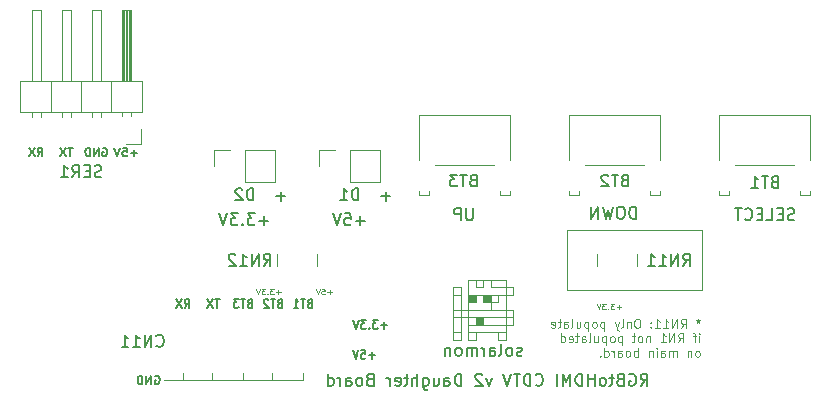
<source format=gbr>
%TF.GenerationSoftware,KiCad,Pcbnew,(5.1.12)-1*%
%TF.CreationDate,2022-03-08T20:47:42+00:00*%
%TF.ProjectId,RGBtoHDMI CDTV v2 - Daughter Board,52474274-6f48-4444-9d49-204344545620,1*%
%TF.SameCoordinates,Original*%
%TF.FileFunction,Legend,Bot*%
%TF.FilePolarity,Positive*%
%FSLAX46Y46*%
G04 Gerber Fmt 4.6, Leading zero omitted, Abs format (unit mm)*
G04 Created by KiCad (PCBNEW (5.1.12)-1) date 2022-03-08 20:47:42*
%MOMM*%
%LPD*%
G01*
G04 APERTURE LIST*
%ADD10C,0.120000*%
%ADD11C,0.150000*%
%ADD12C,0.100000*%
G04 APERTURE END LIST*
D10*
X90033000Y-84906000D02*
X90033000Y-84271000D01*
X92446000Y-84906000D02*
X92446000Y-84271000D01*
X95113000Y-84906000D02*
X95113000Y-84271000D01*
X97526000Y-84906000D02*
X97526000Y-84271000D01*
X100193000Y-84906000D02*
X100193000Y-84271000D01*
X88382000Y-84906000D02*
X100193000Y-84906000D01*
D11*
X87770666Y-81961142D02*
X87818285Y-82008761D01*
X87961142Y-82056380D01*
X88056380Y-82056380D01*
X88199238Y-82008761D01*
X88294476Y-81913523D01*
X88342095Y-81818285D01*
X88389714Y-81627809D01*
X88389714Y-81484952D01*
X88342095Y-81294476D01*
X88294476Y-81199238D01*
X88199238Y-81104000D01*
X88056380Y-81056380D01*
X87961142Y-81056380D01*
X87818285Y-81104000D01*
X87770666Y-81151619D01*
X87342095Y-82056380D02*
X87342095Y-81056380D01*
X86770666Y-82056380D01*
X86770666Y-81056380D01*
X85770666Y-82056380D02*
X86342095Y-82056380D01*
X86056380Y-82056380D02*
X86056380Y-81056380D01*
X86151619Y-81199238D01*
X86246857Y-81294476D01*
X86342095Y-81342095D01*
X84818285Y-82056380D02*
X85389714Y-82056380D01*
X85104000Y-82056380D02*
X85104000Y-81056380D01*
X85199238Y-81199238D01*
X85294476Y-81294476D01*
X85389714Y-81342095D01*
D12*
X127101000Y-78718714D02*
X126720047Y-78718714D01*
X126910523Y-78909190D02*
X126910523Y-78528238D01*
X126529571Y-78409190D02*
X126220047Y-78409190D01*
X126386714Y-78599666D01*
X126315285Y-78599666D01*
X126267666Y-78623476D01*
X126243857Y-78647285D01*
X126220047Y-78694904D01*
X126220047Y-78813952D01*
X126243857Y-78861571D01*
X126267666Y-78885380D01*
X126315285Y-78909190D01*
X126458142Y-78909190D01*
X126505761Y-78885380D01*
X126529571Y-78861571D01*
X126005761Y-78861571D02*
X125981952Y-78885380D01*
X126005761Y-78909190D01*
X126029571Y-78885380D01*
X126005761Y-78861571D01*
X126005761Y-78909190D01*
X125815285Y-78409190D02*
X125505761Y-78409190D01*
X125672428Y-78599666D01*
X125601000Y-78599666D01*
X125553380Y-78623476D01*
X125529571Y-78647285D01*
X125505761Y-78694904D01*
X125505761Y-78813952D01*
X125529571Y-78861571D01*
X125553380Y-78885380D01*
X125601000Y-78909190D01*
X125743857Y-78909190D01*
X125791476Y-78885380D01*
X125815285Y-78861571D01*
X125362904Y-78409190D02*
X125196238Y-78909190D01*
X125029571Y-78409190D01*
X98272000Y-77448714D02*
X97891047Y-77448714D01*
X98081523Y-77639190D02*
X98081523Y-77258238D01*
X97700571Y-77139190D02*
X97391047Y-77139190D01*
X97557714Y-77329666D01*
X97486285Y-77329666D01*
X97438666Y-77353476D01*
X97414857Y-77377285D01*
X97391047Y-77424904D01*
X97391047Y-77543952D01*
X97414857Y-77591571D01*
X97438666Y-77615380D01*
X97486285Y-77639190D01*
X97629142Y-77639190D01*
X97676761Y-77615380D01*
X97700571Y-77591571D01*
X97176761Y-77591571D02*
X97152952Y-77615380D01*
X97176761Y-77639190D01*
X97200571Y-77615380D01*
X97176761Y-77591571D01*
X97176761Y-77639190D01*
X96986285Y-77139190D02*
X96676761Y-77139190D01*
X96843428Y-77329666D01*
X96772000Y-77329666D01*
X96724380Y-77353476D01*
X96700571Y-77377285D01*
X96676761Y-77424904D01*
X96676761Y-77543952D01*
X96700571Y-77591571D01*
X96724380Y-77615380D01*
X96772000Y-77639190D01*
X96914857Y-77639190D01*
X96962476Y-77615380D01*
X96986285Y-77591571D01*
X96533904Y-77139190D02*
X96367238Y-77639190D01*
X96200571Y-77139190D01*
X102613857Y-77448714D02*
X102232904Y-77448714D01*
X102423380Y-77639190D02*
X102423380Y-77258238D01*
X101756714Y-77139190D02*
X101994809Y-77139190D01*
X102018619Y-77377285D01*
X101994809Y-77353476D01*
X101947190Y-77329666D01*
X101828142Y-77329666D01*
X101780523Y-77353476D01*
X101756714Y-77377285D01*
X101732904Y-77424904D01*
X101732904Y-77543952D01*
X101756714Y-77591571D01*
X101780523Y-77615380D01*
X101828142Y-77639190D01*
X101947190Y-77639190D01*
X101994809Y-77615380D01*
X102018619Y-77591571D01*
X101590047Y-77139190D02*
X101423380Y-77639190D01*
X101256714Y-77139190D01*
X133624285Y-79714285D02*
X133624285Y-79892857D01*
X133802857Y-79821428D02*
X133624285Y-79892857D01*
X133445714Y-79821428D01*
X133731428Y-80035714D02*
X133624285Y-79892857D01*
X133517142Y-80035714D01*
X132160000Y-80464285D02*
X132410000Y-80107142D01*
X132588571Y-80464285D02*
X132588571Y-79714285D01*
X132302857Y-79714285D01*
X132231428Y-79750000D01*
X132195714Y-79785714D01*
X132160000Y-79857142D01*
X132160000Y-79964285D01*
X132195714Y-80035714D01*
X132231428Y-80071428D01*
X132302857Y-80107142D01*
X132588571Y-80107142D01*
X131838571Y-80464285D02*
X131838571Y-79714285D01*
X131410000Y-80464285D01*
X131410000Y-79714285D01*
X130660000Y-80464285D02*
X131088571Y-80464285D01*
X130874285Y-80464285D02*
X130874285Y-79714285D01*
X130945714Y-79821428D01*
X131017142Y-79892857D01*
X131088571Y-79928571D01*
X129945714Y-80464285D02*
X130374285Y-80464285D01*
X130160000Y-80464285D02*
X130160000Y-79714285D01*
X130231428Y-79821428D01*
X130302857Y-79892857D01*
X130374285Y-79928571D01*
X129624285Y-80392857D02*
X129588571Y-80428571D01*
X129624285Y-80464285D01*
X129660000Y-80428571D01*
X129624285Y-80392857D01*
X129624285Y-80464285D01*
X129624285Y-80000000D02*
X129588571Y-80035714D01*
X129624285Y-80071428D01*
X129660000Y-80035714D01*
X129624285Y-80000000D01*
X129624285Y-80071428D01*
X128552857Y-79714285D02*
X128410000Y-79714285D01*
X128338571Y-79750000D01*
X128267142Y-79821428D01*
X128231428Y-79964285D01*
X128231428Y-80214285D01*
X128267142Y-80357142D01*
X128338571Y-80428571D01*
X128410000Y-80464285D01*
X128552857Y-80464285D01*
X128624285Y-80428571D01*
X128695714Y-80357142D01*
X128731428Y-80214285D01*
X128731428Y-79964285D01*
X128695714Y-79821428D01*
X128624285Y-79750000D01*
X128552857Y-79714285D01*
X127910000Y-79964285D02*
X127910000Y-80464285D01*
X127910000Y-80035714D02*
X127874285Y-80000000D01*
X127802857Y-79964285D01*
X127695714Y-79964285D01*
X127624285Y-80000000D01*
X127588571Y-80071428D01*
X127588571Y-80464285D01*
X127124285Y-80464285D02*
X127195714Y-80428571D01*
X127231428Y-80357142D01*
X127231428Y-79714285D01*
X126910000Y-79964285D02*
X126731428Y-80464285D01*
X126552857Y-79964285D02*
X126731428Y-80464285D01*
X126802857Y-80642857D01*
X126838571Y-80678571D01*
X126910000Y-80714285D01*
X125695714Y-79964285D02*
X125695714Y-80714285D01*
X125695714Y-80000000D02*
X125624285Y-79964285D01*
X125481428Y-79964285D01*
X125410000Y-80000000D01*
X125374285Y-80035714D01*
X125338571Y-80107142D01*
X125338571Y-80321428D01*
X125374285Y-80392857D01*
X125410000Y-80428571D01*
X125481428Y-80464285D01*
X125624285Y-80464285D01*
X125695714Y-80428571D01*
X124910000Y-80464285D02*
X124981428Y-80428571D01*
X125017142Y-80392857D01*
X125052857Y-80321428D01*
X125052857Y-80107142D01*
X125017142Y-80035714D01*
X124981428Y-80000000D01*
X124910000Y-79964285D01*
X124802857Y-79964285D01*
X124731428Y-80000000D01*
X124695714Y-80035714D01*
X124660000Y-80107142D01*
X124660000Y-80321428D01*
X124695714Y-80392857D01*
X124731428Y-80428571D01*
X124802857Y-80464285D01*
X124910000Y-80464285D01*
X124338571Y-79964285D02*
X124338571Y-80714285D01*
X124338571Y-80000000D02*
X124267142Y-79964285D01*
X124124285Y-79964285D01*
X124052857Y-80000000D01*
X124017142Y-80035714D01*
X123981428Y-80107142D01*
X123981428Y-80321428D01*
X124017142Y-80392857D01*
X124052857Y-80428571D01*
X124124285Y-80464285D01*
X124267142Y-80464285D01*
X124338571Y-80428571D01*
X123338571Y-79964285D02*
X123338571Y-80464285D01*
X123660000Y-79964285D02*
X123660000Y-80357142D01*
X123624285Y-80428571D01*
X123552857Y-80464285D01*
X123445714Y-80464285D01*
X123374285Y-80428571D01*
X123338571Y-80392857D01*
X122874285Y-80464285D02*
X122945714Y-80428571D01*
X122981428Y-80357142D01*
X122981428Y-79714285D01*
X122267142Y-80464285D02*
X122267142Y-80071428D01*
X122302857Y-80000000D01*
X122374285Y-79964285D01*
X122517142Y-79964285D01*
X122588571Y-80000000D01*
X122267142Y-80428571D02*
X122338571Y-80464285D01*
X122517142Y-80464285D01*
X122588571Y-80428571D01*
X122624285Y-80357142D01*
X122624285Y-80285714D01*
X122588571Y-80214285D01*
X122517142Y-80178571D01*
X122338571Y-80178571D01*
X122267142Y-80142857D01*
X122017142Y-79964285D02*
X121731428Y-79964285D01*
X121910000Y-79714285D02*
X121910000Y-80357142D01*
X121874285Y-80428571D01*
X121802857Y-80464285D01*
X121731428Y-80464285D01*
X121195714Y-80428571D02*
X121267142Y-80464285D01*
X121410000Y-80464285D01*
X121481428Y-80428571D01*
X121517142Y-80357142D01*
X121517142Y-80071428D01*
X121481428Y-80000000D01*
X121410000Y-79964285D01*
X121267142Y-79964285D01*
X121195714Y-80000000D01*
X121160000Y-80071428D01*
X121160000Y-80142857D01*
X121517142Y-80214285D01*
X133731428Y-81689285D02*
X133731428Y-81189285D01*
X133731428Y-80939285D02*
X133767142Y-80975000D01*
X133731428Y-81010714D01*
X133695714Y-80975000D01*
X133731428Y-80939285D01*
X133731428Y-81010714D01*
X133481428Y-81189285D02*
X133195714Y-81189285D01*
X133374285Y-81689285D02*
X133374285Y-81046428D01*
X133338571Y-80975000D01*
X133267142Y-80939285D01*
X133195714Y-80939285D01*
X131945714Y-81689285D02*
X132195714Y-81332142D01*
X132374285Y-81689285D02*
X132374285Y-80939285D01*
X132088571Y-80939285D01*
X132017142Y-80975000D01*
X131981428Y-81010714D01*
X131945714Y-81082142D01*
X131945714Y-81189285D01*
X131981428Y-81260714D01*
X132017142Y-81296428D01*
X132088571Y-81332142D01*
X132374285Y-81332142D01*
X131624285Y-81689285D02*
X131624285Y-80939285D01*
X131195714Y-81689285D01*
X131195714Y-80939285D01*
X130445714Y-81689285D02*
X130874285Y-81689285D01*
X130660000Y-81689285D02*
X130660000Y-80939285D01*
X130731428Y-81046428D01*
X130802857Y-81117857D01*
X130874285Y-81153571D01*
X129552857Y-81189285D02*
X129552857Y-81689285D01*
X129552857Y-81260714D02*
X129517142Y-81225000D01*
X129445714Y-81189285D01*
X129338571Y-81189285D01*
X129267142Y-81225000D01*
X129231428Y-81296428D01*
X129231428Y-81689285D01*
X128767142Y-81689285D02*
X128838571Y-81653571D01*
X128874285Y-81617857D01*
X128910000Y-81546428D01*
X128910000Y-81332142D01*
X128874285Y-81260714D01*
X128838571Y-81225000D01*
X128767142Y-81189285D01*
X128660000Y-81189285D01*
X128588571Y-81225000D01*
X128552857Y-81260714D01*
X128517142Y-81332142D01*
X128517142Y-81546428D01*
X128552857Y-81617857D01*
X128588571Y-81653571D01*
X128660000Y-81689285D01*
X128767142Y-81689285D01*
X128302857Y-81189285D02*
X128017142Y-81189285D01*
X128195714Y-80939285D02*
X128195714Y-81582142D01*
X128160000Y-81653571D01*
X128088571Y-81689285D01*
X128017142Y-81689285D01*
X127195714Y-81189285D02*
X127195714Y-81939285D01*
X127195714Y-81225000D02*
X127124285Y-81189285D01*
X126981428Y-81189285D01*
X126910000Y-81225000D01*
X126874285Y-81260714D01*
X126838571Y-81332142D01*
X126838571Y-81546428D01*
X126874285Y-81617857D01*
X126910000Y-81653571D01*
X126981428Y-81689285D01*
X127124285Y-81689285D01*
X127195714Y-81653571D01*
X126410000Y-81689285D02*
X126481428Y-81653571D01*
X126517142Y-81617857D01*
X126552857Y-81546428D01*
X126552857Y-81332142D01*
X126517142Y-81260714D01*
X126481428Y-81225000D01*
X126410000Y-81189285D01*
X126302857Y-81189285D01*
X126231428Y-81225000D01*
X126195714Y-81260714D01*
X126160000Y-81332142D01*
X126160000Y-81546428D01*
X126195714Y-81617857D01*
X126231428Y-81653571D01*
X126302857Y-81689285D01*
X126410000Y-81689285D01*
X125838571Y-81189285D02*
X125838571Y-81939285D01*
X125838571Y-81225000D02*
X125767142Y-81189285D01*
X125624285Y-81189285D01*
X125552857Y-81225000D01*
X125517142Y-81260714D01*
X125481428Y-81332142D01*
X125481428Y-81546428D01*
X125517142Y-81617857D01*
X125552857Y-81653571D01*
X125624285Y-81689285D01*
X125767142Y-81689285D01*
X125838571Y-81653571D01*
X124838571Y-81189285D02*
X124838571Y-81689285D01*
X125160000Y-81189285D02*
X125160000Y-81582142D01*
X125124285Y-81653571D01*
X125052857Y-81689285D01*
X124945714Y-81689285D01*
X124874285Y-81653571D01*
X124838571Y-81617857D01*
X124374285Y-81689285D02*
X124445714Y-81653571D01*
X124481428Y-81582142D01*
X124481428Y-80939285D01*
X123767142Y-81689285D02*
X123767142Y-81296428D01*
X123802857Y-81225000D01*
X123874285Y-81189285D01*
X124017142Y-81189285D01*
X124088571Y-81225000D01*
X123767142Y-81653571D02*
X123838571Y-81689285D01*
X124017142Y-81689285D01*
X124088571Y-81653571D01*
X124124285Y-81582142D01*
X124124285Y-81510714D01*
X124088571Y-81439285D01*
X124017142Y-81403571D01*
X123838571Y-81403571D01*
X123767142Y-81367857D01*
X123517142Y-81189285D02*
X123231428Y-81189285D01*
X123410000Y-80939285D02*
X123410000Y-81582142D01*
X123374285Y-81653571D01*
X123302857Y-81689285D01*
X123231428Y-81689285D01*
X122695714Y-81653571D02*
X122767142Y-81689285D01*
X122910000Y-81689285D01*
X122981428Y-81653571D01*
X123017142Y-81582142D01*
X123017142Y-81296428D01*
X122981428Y-81225000D01*
X122910000Y-81189285D01*
X122767142Y-81189285D01*
X122695714Y-81225000D01*
X122660000Y-81296428D01*
X122660000Y-81367857D01*
X123017142Y-81439285D01*
X122017142Y-81689285D02*
X122017142Y-80939285D01*
X122017142Y-81653571D02*
X122088571Y-81689285D01*
X122231428Y-81689285D01*
X122302857Y-81653571D01*
X122338571Y-81617857D01*
X122374285Y-81546428D01*
X122374285Y-81332142D01*
X122338571Y-81260714D01*
X122302857Y-81225000D01*
X122231428Y-81189285D01*
X122088571Y-81189285D01*
X122017142Y-81225000D01*
X133624285Y-82914285D02*
X133695714Y-82878571D01*
X133731428Y-82842857D01*
X133767142Y-82771428D01*
X133767142Y-82557142D01*
X133731428Y-82485714D01*
X133695714Y-82450000D01*
X133624285Y-82414285D01*
X133517142Y-82414285D01*
X133445714Y-82450000D01*
X133410000Y-82485714D01*
X133374285Y-82557142D01*
X133374285Y-82771428D01*
X133410000Y-82842857D01*
X133445714Y-82878571D01*
X133517142Y-82914285D01*
X133624285Y-82914285D01*
X133052857Y-82414285D02*
X133052857Y-82914285D01*
X133052857Y-82485714D02*
X133017142Y-82450000D01*
X132945714Y-82414285D01*
X132838571Y-82414285D01*
X132767142Y-82450000D01*
X132731428Y-82521428D01*
X132731428Y-82914285D01*
X131802857Y-82914285D02*
X131802857Y-82414285D01*
X131802857Y-82485714D02*
X131767142Y-82450000D01*
X131695714Y-82414285D01*
X131588571Y-82414285D01*
X131517142Y-82450000D01*
X131481428Y-82521428D01*
X131481428Y-82914285D01*
X131481428Y-82521428D02*
X131445714Y-82450000D01*
X131374285Y-82414285D01*
X131267142Y-82414285D01*
X131195714Y-82450000D01*
X131160000Y-82521428D01*
X131160000Y-82914285D01*
X130481428Y-82914285D02*
X130481428Y-82521428D01*
X130517142Y-82450000D01*
X130588571Y-82414285D01*
X130731428Y-82414285D01*
X130802857Y-82450000D01*
X130481428Y-82878571D02*
X130552857Y-82914285D01*
X130731428Y-82914285D01*
X130802857Y-82878571D01*
X130838571Y-82807142D01*
X130838571Y-82735714D01*
X130802857Y-82664285D01*
X130731428Y-82628571D01*
X130552857Y-82628571D01*
X130481428Y-82592857D01*
X130124285Y-82914285D02*
X130124285Y-82414285D01*
X130124285Y-82164285D02*
X130160000Y-82200000D01*
X130124285Y-82235714D01*
X130088571Y-82200000D01*
X130124285Y-82164285D01*
X130124285Y-82235714D01*
X129767142Y-82414285D02*
X129767142Y-82914285D01*
X129767142Y-82485714D02*
X129731428Y-82450000D01*
X129660000Y-82414285D01*
X129552857Y-82414285D01*
X129481428Y-82450000D01*
X129445714Y-82521428D01*
X129445714Y-82914285D01*
X128517142Y-82914285D02*
X128517142Y-82164285D01*
X128517142Y-82450000D02*
X128445714Y-82414285D01*
X128302857Y-82414285D01*
X128231428Y-82450000D01*
X128195714Y-82485714D01*
X128160000Y-82557142D01*
X128160000Y-82771428D01*
X128195714Y-82842857D01*
X128231428Y-82878571D01*
X128302857Y-82914285D01*
X128445714Y-82914285D01*
X128517142Y-82878571D01*
X127731428Y-82914285D02*
X127802857Y-82878571D01*
X127838571Y-82842857D01*
X127874285Y-82771428D01*
X127874285Y-82557142D01*
X127838571Y-82485714D01*
X127802857Y-82450000D01*
X127731428Y-82414285D01*
X127624285Y-82414285D01*
X127552857Y-82450000D01*
X127517142Y-82485714D01*
X127481428Y-82557142D01*
X127481428Y-82771428D01*
X127517142Y-82842857D01*
X127552857Y-82878571D01*
X127624285Y-82914285D01*
X127731428Y-82914285D01*
X126838571Y-82914285D02*
X126838571Y-82521428D01*
X126874285Y-82450000D01*
X126945714Y-82414285D01*
X127088571Y-82414285D01*
X127160000Y-82450000D01*
X126838571Y-82878571D02*
X126910000Y-82914285D01*
X127088571Y-82914285D01*
X127160000Y-82878571D01*
X127195714Y-82807142D01*
X127195714Y-82735714D01*
X127160000Y-82664285D01*
X127088571Y-82628571D01*
X126910000Y-82628571D01*
X126838571Y-82592857D01*
X126481428Y-82914285D02*
X126481428Y-82414285D01*
X126481428Y-82557142D02*
X126445714Y-82485714D01*
X126410000Y-82450000D01*
X126338571Y-82414285D01*
X126267142Y-82414285D01*
X125695714Y-82914285D02*
X125695714Y-82164285D01*
X125695714Y-82878571D02*
X125767142Y-82914285D01*
X125910000Y-82914285D01*
X125981428Y-82878571D01*
X126017142Y-82842857D01*
X126052857Y-82771428D01*
X126052857Y-82557142D01*
X126017142Y-82485714D01*
X125981428Y-82450000D01*
X125910000Y-82414285D01*
X125767142Y-82414285D01*
X125695714Y-82450000D01*
X125338571Y-82842857D02*
X125302857Y-82878571D01*
X125338571Y-82914285D01*
X125374285Y-82878571D01*
X125338571Y-82842857D01*
X125338571Y-82914285D01*
D10*
X122545000Y-77286000D02*
X122545000Y-72206000D01*
X133975000Y-77286000D02*
X122545000Y-77286000D01*
X133975000Y-72206000D02*
X133975000Y-77286000D01*
X122545000Y-72206000D02*
X133975000Y-72206000D01*
D11*
X86107000Y-65652000D02*
X85573666Y-65652000D01*
X85840333Y-65918666D02*
X85840333Y-65385333D01*
X84907000Y-65218666D02*
X85240333Y-65218666D01*
X85273666Y-65552000D01*
X85240333Y-65518666D01*
X85173666Y-65485333D01*
X85007000Y-65485333D01*
X84940333Y-65518666D01*
X84907000Y-65552000D01*
X84873666Y-65618666D01*
X84873666Y-65785333D01*
X84907000Y-65852000D01*
X84940333Y-65885333D01*
X85007000Y-65918666D01*
X85173666Y-65918666D01*
X85240333Y-65885333D01*
X85273666Y-65852000D01*
X84673666Y-65218666D02*
X84440333Y-65918666D01*
X84207000Y-65218666D01*
X83200333Y-65252000D02*
X83267000Y-65218666D01*
X83367000Y-65218666D01*
X83467000Y-65252000D01*
X83533666Y-65318666D01*
X83567000Y-65385333D01*
X83600333Y-65518666D01*
X83600333Y-65618666D01*
X83567000Y-65752000D01*
X83533666Y-65818666D01*
X83467000Y-65885333D01*
X83367000Y-65918666D01*
X83300333Y-65918666D01*
X83200333Y-65885333D01*
X83167000Y-65852000D01*
X83167000Y-65618666D01*
X83300333Y-65618666D01*
X82867000Y-65918666D02*
X82867000Y-65218666D01*
X82467000Y-65918666D01*
X82467000Y-65218666D01*
X82133666Y-65918666D02*
X82133666Y-65218666D01*
X81967000Y-65218666D01*
X81867000Y-65252000D01*
X81800333Y-65318666D01*
X81767000Y-65385333D01*
X81733666Y-65518666D01*
X81733666Y-65618666D01*
X81767000Y-65752000D01*
X81800333Y-65818666D01*
X81867000Y-65885333D01*
X81967000Y-65918666D01*
X82133666Y-65918666D01*
X80660333Y-65218666D02*
X80260333Y-65218666D01*
X80460333Y-65918666D02*
X80460333Y-65218666D01*
X80093666Y-65218666D02*
X79627000Y-65918666D01*
X79627000Y-65218666D02*
X80093666Y-65918666D01*
X77703666Y-65918666D02*
X77937000Y-65585333D01*
X78103666Y-65918666D02*
X78103666Y-65218666D01*
X77837000Y-65218666D01*
X77770333Y-65252000D01*
X77737000Y-65285333D01*
X77703666Y-65352000D01*
X77703666Y-65452000D01*
X77737000Y-65518666D01*
X77770333Y-65552000D01*
X77837000Y-65585333D01*
X78103666Y-65585333D01*
X77470333Y-65218666D02*
X77003666Y-65918666D01*
X77003666Y-65218666D02*
X77470333Y-65918666D01*
X93106333Y-78045666D02*
X92706333Y-78045666D01*
X92906333Y-78745666D02*
X92906333Y-78045666D01*
X92539666Y-78045666D02*
X92073000Y-78745666D01*
X92073000Y-78045666D02*
X92539666Y-78745666D01*
X90149666Y-78745666D02*
X90383000Y-78412333D01*
X90549666Y-78745666D02*
X90549666Y-78045666D01*
X90283000Y-78045666D01*
X90216333Y-78079000D01*
X90183000Y-78112333D01*
X90149666Y-78179000D01*
X90149666Y-78279000D01*
X90183000Y-78345666D01*
X90216333Y-78379000D01*
X90283000Y-78412333D01*
X90549666Y-78412333D01*
X89916333Y-78045666D02*
X89449666Y-78745666D01*
X89449666Y-78045666D02*
X89916333Y-78745666D01*
X95663000Y-78379000D02*
X95563000Y-78412333D01*
X95529666Y-78445666D01*
X95496333Y-78512333D01*
X95496333Y-78612333D01*
X95529666Y-78679000D01*
X95563000Y-78712333D01*
X95629666Y-78745666D01*
X95896333Y-78745666D01*
X95896333Y-78045666D01*
X95663000Y-78045666D01*
X95596333Y-78079000D01*
X95563000Y-78112333D01*
X95529666Y-78179000D01*
X95529666Y-78245666D01*
X95563000Y-78312333D01*
X95596333Y-78345666D01*
X95663000Y-78379000D01*
X95896333Y-78379000D01*
X95296333Y-78045666D02*
X94896333Y-78045666D01*
X95096333Y-78745666D02*
X95096333Y-78045666D01*
X94729666Y-78045666D02*
X94296333Y-78045666D01*
X94529666Y-78312333D01*
X94429666Y-78312333D01*
X94363000Y-78345666D01*
X94329666Y-78379000D01*
X94296333Y-78445666D01*
X94296333Y-78612333D01*
X94329666Y-78679000D01*
X94363000Y-78712333D01*
X94429666Y-78745666D01*
X94629666Y-78745666D01*
X94696333Y-78712333D01*
X94729666Y-78679000D01*
X98203000Y-78379000D02*
X98103000Y-78412333D01*
X98069666Y-78445666D01*
X98036333Y-78512333D01*
X98036333Y-78612333D01*
X98069666Y-78679000D01*
X98103000Y-78712333D01*
X98169666Y-78745666D01*
X98436333Y-78745666D01*
X98436333Y-78045666D01*
X98203000Y-78045666D01*
X98136333Y-78079000D01*
X98103000Y-78112333D01*
X98069666Y-78179000D01*
X98069666Y-78245666D01*
X98103000Y-78312333D01*
X98136333Y-78345666D01*
X98203000Y-78379000D01*
X98436333Y-78379000D01*
X97836333Y-78045666D02*
X97436333Y-78045666D01*
X97636333Y-78745666D02*
X97636333Y-78045666D01*
X97236333Y-78112333D02*
X97203000Y-78079000D01*
X97136333Y-78045666D01*
X96969666Y-78045666D01*
X96903000Y-78079000D01*
X96869666Y-78112333D01*
X96836333Y-78179000D01*
X96836333Y-78245666D01*
X96869666Y-78345666D01*
X97269666Y-78745666D01*
X96836333Y-78745666D01*
X100743000Y-78379000D02*
X100643000Y-78412333D01*
X100609666Y-78445666D01*
X100576333Y-78512333D01*
X100576333Y-78612333D01*
X100609666Y-78679000D01*
X100643000Y-78712333D01*
X100709666Y-78745666D01*
X100976333Y-78745666D01*
X100976333Y-78045666D01*
X100743000Y-78045666D01*
X100676333Y-78079000D01*
X100643000Y-78112333D01*
X100609666Y-78179000D01*
X100609666Y-78245666D01*
X100643000Y-78312333D01*
X100676333Y-78345666D01*
X100743000Y-78379000D01*
X100976333Y-78379000D01*
X100376333Y-78045666D02*
X99976333Y-78045666D01*
X100176333Y-78745666D02*
X100176333Y-78045666D01*
X99376333Y-78745666D02*
X99776333Y-78745666D01*
X99576333Y-78745666D02*
X99576333Y-78045666D01*
X99643000Y-78145666D01*
X99709666Y-78212333D01*
X99776333Y-78245666D01*
X87645333Y-84556000D02*
X87712000Y-84522666D01*
X87812000Y-84522666D01*
X87912000Y-84556000D01*
X87978666Y-84622666D01*
X88012000Y-84689333D01*
X88045333Y-84822666D01*
X88045333Y-84922666D01*
X88012000Y-85056000D01*
X87978666Y-85122666D01*
X87912000Y-85189333D01*
X87812000Y-85222666D01*
X87745333Y-85222666D01*
X87645333Y-85189333D01*
X87612000Y-85156000D01*
X87612000Y-84922666D01*
X87745333Y-84922666D01*
X87312000Y-85222666D02*
X87312000Y-84522666D01*
X86912000Y-85222666D01*
X86912000Y-84522666D01*
X86578666Y-85222666D02*
X86578666Y-84522666D01*
X86412000Y-84522666D01*
X86312000Y-84556000D01*
X86245333Y-84622666D01*
X86212000Y-84689333D01*
X86178666Y-84822666D01*
X86178666Y-84922666D01*
X86212000Y-85056000D01*
X86245333Y-85122666D01*
X86312000Y-85189333D01*
X86412000Y-85222666D01*
X86578666Y-85222666D01*
X106300000Y-82797000D02*
X105766666Y-82797000D01*
X106033333Y-83063666D02*
X106033333Y-82530333D01*
X105100000Y-82363666D02*
X105433333Y-82363666D01*
X105466666Y-82697000D01*
X105433333Y-82663666D01*
X105366666Y-82630333D01*
X105200000Y-82630333D01*
X105133333Y-82663666D01*
X105100000Y-82697000D01*
X105066666Y-82763666D01*
X105066666Y-82930333D01*
X105100000Y-82997000D01*
X105133333Y-83030333D01*
X105200000Y-83063666D01*
X105366666Y-83063666D01*
X105433333Y-83030333D01*
X105466666Y-82997000D01*
X104866666Y-82363666D02*
X104633333Y-83063666D01*
X104400000Y-82363666D01*
X107308000Y-80257000D02*
X106774666Y-80257000D01*
X107041333Y-80523666D02*
X107041333Y-79990333D01*
X106508000Y-79823666D02*
X106074666Y-79823666D01*
X106308000Y-80090333D01*
X106208000Y-80090333D01*
X106141333Y-80123666D01*
X106108000Y-80157000D01*
X106074666Y-80223666D01*
X106074666Y-80390333D01*
X106108000Y-80457000D01*
X106141333Y-80490333D01*
X106208000Y-80523666D01*
X106408000Y-80523666D01*
X106474666Y-80490333D01*
X106508000Y-80457000D01*
X105774666Y-80457000D02*
X105741333Y-80490333D01*
X105774666Y-80523666D01*
X105808000Y-80490333D01*
X105774666Y-80457000D01*
X105774666Y-80523666D01*
X105508000Y-79823666D02*
X105074666Y-79823666D01*
X105308000Y-80090333D01*
X105208000Y-80090333D01*
X105141333Y-80123666D01*
X105108000Y-80157000D01*
X105074666Y-80223666D01*
X105074666Y-80390333D01*
X105108000Y-80457000D01*
X105141333Y-80490333D01*
X105208000Y-80523666D01*
X105408000Y-80523666D01*
X105474666Y-80490333D01*
X105508000Y-80457000D01*
X104874666Y-79823666D02*
X104641333Y-80523666D01*
X104408000Y-79823666D01*
X105415714Y-71388428D02*
X104653809Y-71388428D01*
X105034761Y-71769380D02*
X105034761Y-71007476D01*
X103701428Y-70769380D02*
X104177619Y-70769380D01*
X104225238Y-71245571D01*
X104177619Y-71197952D01*
X104082380Y-71150333D01*
X103844285Y-71150333D01*
X103749047Y-71197952D01*
X103701428Y-71245571D01*
X103653809Y-71340809D01*
X103653809Y-71578904D01*
X103701428Y-71674142D01*
X103749047Y-71721761D01*
X103844285Y-71769380D01*
X104082380Y-71769380D01*
X104177619Y-71721761D01*
X104225238Y-71674142D01*
X103368095Y-70769380D02*
X103034761Y-71769380D01*
X102701428Y-70769380D01*
X97240000Y-71388428D02*
X96478095Y-71388428D01*
X96859047Y-71769380D02*
X96859047Y-71007476D01*
X96097142Y-70769380D02*
X95478095Y-70769380D01*
X95811428Y-71150333D01*
X95668571Y-71150333D01*
X95573333Y-71197952D01*
X95525714Y-71245571D01*
X95478095Y-71340809D01*
X95478095Y-71578904D01*
X95525714Y-71674142D01*
X95573333Y-71721761D01*
X95668571Y-71769380D01*
X95954285Y-71769380D01*
X96049523Y-71721761D01*
X96097142Y-71674142D01*
X95049523Y-71674142D02*
X95001904Y-71721761D01*
X95049523Y-71769380D01*
X95097142Y-71721761D01*
X95049523Y-71674142D01*
X95049523Y-71769380D01*
X94668571Y-70769380D02*
X94049523Y-70769380D01*
X94382857Y-71150333D01*
X94240000Y-71150333D01*
X94144761Y-71197952D01*
X94097142Y-71245571D01*
X94049523Y-71340809D01*
X94049523Y-71578904D01*
X94097142Y-71674142D01*
X94144761Y-71721761D01*
X94240000Y-71769380D01*
X94525714Y-71769380D01*
X94620952Y-71721761D01*
X94668571Y-71674142D01*
X93763809Y-70769380D02*
X93430476Y-71769380D01*
X93097142Y-70769380D01*
X114567714Y-70341380D02*
X114567714Y-71150904D01*
X114520095Y-71246142D01*
X114472476Y-71293761D01*
X114377238Y-71341380D01*
X114186761Y-71341380D01*
X114091523Y-71293761D01*
X114043904Y-71246142D01*
X113996285Y-71150904D01*
X113996285Y-70341380D01*
X113520095Y-71341380D02*
X113520095Y-70341380D01*
X113139142Y-70341380D01*
X113043904Y-70389000D01*
X112996285Y-70436619D01*
X112948666Y-70531857D01*
X112948666Y-70674714D01*
X112996285Y-70769952D01*
X113043904Y-70817571D01*
X113139142Y-70865190D01*
X113520095Y-70865190D01*
X128362952Y-71214380D02*
X128362952Y-70214380D01*
X128124857Y-70214380D01*
X127982000Y-70262000D01*
X127886761Y-70357238D01*
X127839142Y-70452476D01*
X127791523Y-70642952D01*
X127791523Y-70785809D01*
X127839142Y-70976285D01*
X127886761Y-71071523D01*
X127982000Y-71166761D01*
X128124857Y-71214380D01*
X128362952Y-71214380D01*
X127172476Y-70214380D02*
X126982000Y-70214380D01*
X126886761Y-70262000D01*
X126791523Y-70357238D01*
X126743904Y-70547714D01*
X126743904Y-70881047D01*
X126791523Y-71071523D01*
X126886761Y-71166761D01*
X126982000Y-71214380D01*
X127172476Y-71214380D01*
X127267714Y-71166761D01*
X127362952Y-71071523D01*
X127410571Y-70881047D01*
X127410571Y-70547714D01*
X127362952Y-70357238D01*
X127267714Y-70262000D01*
X127172476Y-70214380D01*
X126410571Y-70214380D02*
X126172476Y-71214380D01*
X125982000Y-70500095D01*
X125791523Y-71214380D01*
X125553428Y-70214380D01*
X125172476Y-71214380D02*
X125172476Y-70214380D01*
X124601047Y-71214380D01*
X124601047Y-70214380D01*
X141785190Y-71293761D02*
X141642333Y-71341380D01*
X141404238Y-71341380D01*
X141309000Y-71293761D01*
X141261380Y-71246142D01*
X141213761Y-71150904D01*
X141213761Y-71055666D01*
X141261380Y-70960428D01*
X141309000Y-70912809D01*
X141404238Y-70865190D01*
X141594714Y-70817571D01*
X141689952Y-70769952D01*
X141737571Y-70722333D01*
X141785190Y-70627095D01*
X141785190Y-70531857D01*
X141737571Y-70436619D01*
X141689952Y-70389000D01*
X141594714Y-70341380D01*
X141356619Y-70341380D01*
X141213761Y-70389000D01*
X140785190Y-70817571D02*
X140451857Y-70817571D01*
X140309000Y-71341380D02*
X140785190Y-71341380D01*
X140785190Y-70341380D01*
X140309000Y-70341380D01*
X139404238Y-71341380D02*
X139880428Y-71341380D01*
X139880428Y-70341380D01*
X139070904Y-70817571D02*
X138737571Y-70817571D01*
X138594714Y-71341380D02*
X139070904Y-71341380D01*
X139070904Y-70341380D01*
X138594714Y-70341380D01*
X137594714Y-71246142D02*
X137642333Y-71293761D01*
X137785190Y-71341380D01*
X137880428Y-71341380D01*
X138023285Y-71293761D01*
X138118523Y-71198523D01*
X138166142Y-71103285D01*
X138213761Y-70912809D01*
X138213761Y-70769952D01*
X138166142Y-70579476D01*
X138118523Y-70484238D01*
X138023285Y-70389000D01*
X137880428Y-70341380D01*
X137785190Y-70341380D01*
X137642333Y-70389000D01*
X137594714Y-70436619D01*
X137309000Y-70341380D02*
X136737571Y-70341380D01*
X137023285Y-71341380D02*
X137023285Y-70341380D01*
X97907047Y-69340571D02*
X98668952Y-69340571D01*
X98288000Y-68959619D02*
X98288000Y-69721523D01*
X106797047Y-69340571D02*
X107558952Y-69340571D01*
X107178000Y-68959619D02*
X107178000Y-69721523D01*
X128766380Y-85358380D02*
X129099714Y-84882190D01*
X129337809Y-85358380D02*
X129337809Y-84358380D01*
X128956857Y-84358380D01*
X128861619Y-84406000D01*
X128814000Y-84453619D01*
X128766380Y-84548857D01*
X128766380Y-84691714D01*
X128814000Y-84786952D01*
X128861619Y-84834571D01*
X128956857Y-84882190D01*
X129337809Y-84882190D01*
X127814000Y-84406000D02*
X127909238Y-84358380D01*
X128052095Y-84358380D01*
X128194952Y-84406000D01*
X128290190Y-84501238D01*
X128337809Y-84596476D01*
X128385428Y-84786952D01*
X128385428Y-84929809D01*
X128337809Y-85120285D01*
X128290190Y-85215523D01*
X128194952Y-85310761D01*
X128052095Y-85358380D01*
X127956857Y-85358380D01*
X127814000Y-85310761D01*
X127766380Y-85263142D01*
X127766380Y-84929809D01*
X127956857Y-84929809D01*
X127004476Y-84834571D02*
X126861619Y-84882190D01*
X126814000Y-84929809D01*
X126766380Y-85025047D01*
X126766380Y-85167904D01*
X126814000Y-85263142D01*
X126861619Y-85310761D01*
X126956857Y-85358380D01*
X127337809Y-85358380D01*
X127337809Y-84358380D01*
X127004476Y-84358380D01*
X126909238Y-84406000D01*
X126861619Y-84453619D01*
X126814000Y-84548857D01*
X126814000Y-84644095D01*
X126861619Y-84739333D01*
X126909238Y-84786952D01*
X127004476Y-84834571D01*
X127337809Y-84834571D01*
X126480666Y-84691714D02*
X126099714Y-84691714D01*
X126337809Y-84358380D02*
X126337809Y-85215523D01*
X126290190Y-85310761D01*
X126194952Y-85358380D01*
X126099714Y-85358380D01*
X125623523Y-85358380D02*
X125718761Y-85310761D01*
X125766380Y-85263142D01*
X125814000Y-85167904D01*
X125814000Y-84882190D01*
X125766380Y-84786952D01*
X125718761Y-84739333D01*
X125623523Y-84691714D01*
X125480666Y-84691714D01*
X125385428Y-84739333D01*
X125337809Y-84786952D01*
X125290190Y-84882190D01*
X125290190Y-85167904D01*
X125337809Y-85263142D01*
X125385428Y-85310761D01*
X125480666Y-85358380D01*
X125623523Y-85358380D01*
X124861619Y-85358380D02*
X124861619Y-84358380D01*
X124861619Y-84834571D02*
X124290190Y-84834571D01*
X124290190Y-85358380D02*
X124290190Y-84358380D01*
X123814000Y-85358380D02*
X123814000Y-84358380D01*
X123575904Y-84358380D01*
X123433047Y-84406000D01*
X123337809Y-84501238D01*
X123290190Y-84596476D01*
X123242571Y-84786952D01*
X123242571Y-84929809D01*
X123290190Y-85120285D01*
X123337809Y-85215523D01*
X123433047Y-85310761D01*
X123575904Y-85358380D01*
X123814000Y-85358380D01*
X122814000Y-85358380D02*
X122814000Y-84358380D01*
X122480666Y-85072666D01*
X122147333Y-84358380D01*
X122147333Y-85358380D01*
X121671142Y-85358380D02*
X121671142Y-84358380D01*
X119861619Y-85263142D02*
X119909238Y-85310761D01*
X120052095Y-85358380D01*
X120147333Y-85358380D01*
X120290190Y-85310761D01*
X120385428Y-85215523D01*
X120433047Y-85120285D01*
X120480666Y-84929809D01*
X120480666Y-84786952D01*
X120433047Y-84596476D01*
X120385428Y-84501238D01*
X120290190Y-84406000D01*
X120147333Y-84358380D01*
X120052095Y-84358380D01*
X119909238Y-84406000D01*
X119861619Y-84453619D01*
X119433047Y-85358380D02*
X119433047Y-84358380D01*
X119194952Y-84358380D01*
X119052095Y-84406000D01*
X118956857Y-84501238D01*
X118909238Y-84596476D01*
X118861619Y-84786952D01*
X118861619Y-84929809D01*
X118909238Y-85120285D01*
X118956857Y-85215523D01*
X119052095Y-85310761D01*
X119194952Y-85358380D01*
X119433047Y-85358380D01*
X118575904Y-84358380D02*
X118004476Y-84358380D01*
X118290190Y-85358380D02*
X118290190Y-84358380D01*
X117814000Y-84358380D02*
X117480666Y-85358380D01*
X117147333Y-84358380D01*
X116147333Y-84691714D02*
X115909238Y-85358380D01*
X115671142Y-84691714D01*
X115337809Y-84453619D02*
X115290190Y-84406000D01*
X115194952Y-84358380D01*
X114956857Y-84358380D01*
X114861619Y-84406000D01*
X114814000Y-84453619D01*
X114766380Y-84548857D01*
X114766380Y-84644095D01*
X114814000Y-84786952D01*
X115385428Y-85358380D01*
X114766380Y-85358380D01*
X113575904Y-85358380D02*
X113575904Y-84358380D01*
X113337809Y-84358380D01*
X113194952Y-84406000D01*
X113099714Y-84501238D01*
X113052095Y-84596476D01*
X113004476Y-84786952D01*
X113004476Y-84929809D01*
X113052095Y-85120285D01*
X113099714Y-85215523D01*
X113194952Y-85310761D01*
X113337809Y-85358380D01*
X113575904Y-85358380D01*
X112147333Y-85358380D02*
X112147333Y-84834571D01*
X112194952Y-84739333D01*
X112290190Y-84691714D01*
X112480666Y-84691714D01*
X112575904Y-84739333D01*
X112147333Y-85310761D02*
X112242571Y-85358380D01*
X112480666Y-85358380D01*
X112575904Y-85310761D01*
X112623523Y-85215523D01*
X112623523Y-85120285D01*
X112575904Y-85025047D01*
X112480666Y-84977428D01*
X112242571Y-84977428D01*
X112147333Y-84929809D01*
X111242571Y-84691714D02*
X111242571Y-85358380D01*
X111671142Y-84691714D02*
X111671142Y-85215523D01*
X111623523Y-85310761D01*
X111528285Y-85358380D01*
X111385428Y-85358380D01*
X111290190Y-85310761D01*
X111242571Y-85263142D01*
X110337809Y-84691714D02*
X110337809Y-85501238D01*
X110385428Y-85596476D01*
X110433047Y-85644095D01*
X110528285Y-85691714D01*
X110671142Y-85691714D01*
X110766380Y-85644095D01*
X110337809Y-85310761D02*
X110433047Y-85358380D01*
X110623523Y-85358380D01*
X110718761Y-85310761D01*
X110766380Y-85263142D01*
X110814000Y-85167904D01*
X110814000Y-84882190D01*
X110766380Y-84786952D01*
X110718761Y-84739333D01*
X110623523Y-84691714D01*
X110433047Y-84691714D01*
X110337809Y-84739333D01*
X109861619Y-85358380D02*
X109861619Y-84358380D01*
X109433047Y-85358380D02*
X109433047Y-84834571D01*
X109480666Y-84739333D01*
X109575904Y-84691714D01*
X109718761Y-84691714D01*
X109814000Y-84739333D01*
X109861619Y-84786952D01*
X109099714Y-84691714D02*
X108718761Y-84691714D01*
X108956857Y-84358380D02*
X108956857Y-85215523D01*
X108909238Y-85310761D01*
X108814000Y-85358380D01*
X108718761Y-85358380D01*
X108004476Y-85310761D02*
X108099714Y-85358380D01*
X108290190Y-85358380D01*
X108385428Y-85310761D01*
X108433047Y-85215523D01*
X108433047Y-84834571D01*
X108385428Y-84739333D01*
X108290190Y-84691714D01*
X108099714Y-84691714D01*
X108004476Y-84739333D01*
X107956857Y-84834571D01*
X107956857Y-84929809D01*
X108433047Y-85025047D01*
X107528285Y-85358380D02*
X107528285Y-84691714D01*
X107528285Y-84882190D02*
X107480666Y-84786952D01*
X107433047Y-84739333D01*
X107337809Y-84691714D01*
X107242571Y-84691714D01*
X105814000Y-84834571D02*
X105671142Y-84882190D01*
X105623523Y-84929809D01*
X105575904Y-85025047D01*
X105575904Y-85167904D01*
X105623523Y-85263142D01*
X105671142Y-85310761D01*
X105766380Y-85358380D01*
X106147333Y-85358380D01*
X106147333Y-84358380D01*
X105814000Y-84358380D01*
X105718761Y-84406000D01*
X105671142Y-84453619D01*
X105623523Y-84548857D01*
X105623523Y-84644095D01*
X105671142Y-84739333D01*
X105718761Y-84786952D01*
X105814000Y-84834571D01*
X106147333Y-84834571D01*
X105004476Y-85358380D02*
X105099714Y-85310761D01*
X105147333Y-85263142D01*
X105194952Y-85167904D01*
X105194952Y-84882190D01*
X105147333Y-84786952D01*
X105099714Y-84739333D01*
X105004476Y-84691714D01*
X104861619Y-84691714D01*
X104766380Y-84739333D01*
X104718761Y-84786952D01*
X104671142Y-84882190D01*
X104671142Y-85167904D01*
X104718761Y-85263142D01*
X104766380Y-85310761D01*
X104861619Y-85358380D01*
X105004476Y-85358380D01*
X103814000Y-85358380D02*
X103814000Y-84834571D01*
X103861619Y-84739333D01*
X103956857Y-84691714D01*
X104147333Y-84691714D01*
X104242571Y-84739333D01*
X103814000Y-85310761D02*
X103909238Y-85358380D01*
X104147333Y-85358380D01*
X104242571Y-85310761D01*
X104290190Y-85215523D01*
X104290190Y-85120285D01*
X104242571Y-85025047D01*
X104147333Y-84977428D01*
X103909238Y-84977428D01*
X103814000Y-84929809D01*
X103337809Y-85358380D02*
X103337809Y-84691714D01*
X103337809Y-84882190D02*
X103290190Y-84786952D01*
X103242571Y-84739333D01*
X103147333Y-84691714D01*
X103052095Y-84691714D01*
X102290190Y-85358380D02*
X102290190Y-84358380D01*
X102290190Y-85310761D02*
X102385428Y-85358380D01*
X102575904Y-85358380D01*
X102671142Y-85310761D01*
X102718761Y-85263142D01*
X102766380Y-85167904D01*
X102766380Y-84882190D01*
X102718761Y-84786952D01*
X102671142Y-84739333D01*
X102575904Y-84691714D01*
X102385428Y-84691714D01*
X102290190Y-84739333D01*
X118694904Y-82770761D02*
X118599666Y-82818380D01*
X118409190Y-82818380D01*
X118313952Y-82770761D01*
X118266333Y-82675523D01*
X118266333Y-82627904D01*
X118313952Y-82532666D01*
X118409190Y-82485047D01*
X118552047Y-82485047D01*
X118647285Y-82437428D01*
X118694904Y-82342190D01*
X118694904Y-82294571D01*
X118647285Y-82199333D01*
X118552047Y-82151714D01*
X118409190Y-82151714D01*
X118313952Y-82199333D01*
X117694904Y-82818380D02*
X117790142Y-82770761D01*
X117837761Y-82723142D01*
X117885380Y-82627904D01*
X117885380Y-82342190D01*
X117837761Y-82246952D01*
X117790142Y-82199333D01*
X117694904Y-82151714D01*
X117552047Y-82151714D01*
X117456809Y-82199333D01*
X117409190Y-82246952D01*
X117361571Y-82342190D01*
X117361571Y-82627904D01*
X117409190Y-82723142D01*
X117456809Y-82770761D01*
X117552047Y-82818380D01*
X117694904Y-82818380D01*
X116790142Y-82818380D02*
X116885380Y-82770761D01*
X116933000Y-82675523D01*
X116933000Y-81818380D01*
X115980619Y-82818380D02*
X115980619Y-82294571D01*
X116028238Y-82199333D01*
X116123476Y-82151714D01*
X116313952Y-82151714D01*
X116409190Y-82199333D01*
X115980619Y-82770761D02*
X116075857Y-82818380D01*
X116313952Y-82818380D01*
X116409190Y-82770761D01*
X116456809Y-82675523D01*
X116456809Y-82580285D01*
X116409190Y-82485047D01*
X116313952Y-82437428D01*
X116075857Y-82437428D01*
X115980619Y-82389809D01*
X115504428Y-82818380D02*
X115504428Y-82151714D01*
X115504428Y-82342190D02*
X115456809Y-82246952D01*
X115409190Y-82199333D01*
X115313952Y-82151714D01*
X115218714Y-82151714D01*
X114885380Y-82818380D02*
X114885380Y-82151714D01*
X114885380Y-82246952D02*
X114837761Y-82199333D01*
X114742523Y-82151714D01*
X114599666Y-82151714D01*
X114504428Y-82199333D01*
X114456809Y-82294571D01*
X114456809Y-82818380D01*
X114456809Y-82294571D02*
X114409190Y-82199333D01*
X114313952Y-82151714D01*
X114171095Y-82151714D01*
X114075857Y-82199333D01*
X114028238Y-82294571D01*
X114028238Y-82818380D01*
X113409190Y-82818380D02*
X113504428Y-82770761D01*
X113552047Y-82723142D01*
X113599666Y-82627904D01*
X113599666Y-82342190D01*
X113552047Y-82246952D01*
X113504428Y-82199333D01*
X113409190Y-82151714D01*
X113266333Y-82151714D01*
X113171095Y-82199333D01*
X113123476Y-82246952D01*
X113075857Y-82342190D01*
X113075857Y-82627904D01*
X113123476Y-82723142D01*
X113171095Y-82770761D01*
X113266333Y-82818380D01*
X113409190Y-82818380D01*
X112647285Y-82151714D02*
X112647285Y-82818380D01*
X112647285Y-82246952D02*
X112599666Y-82199333D01*
X112504428Y-82151714D01*
X112361571Y-82151714D01*
X112266333Y-82199333D01*
X112218714Y-82294571D01*
X112218714Y-82818380D01*
D10*
%TO.C,RN12*%
X101365000Y-74246000D02*
X101365000Y-75246000D01*
X98005000Y-74246000D02*
X98005000Y-75246000D01*
%TO.C,RN11*%
X125056000Y-75246000D02*
X125056000Y-74246000D01*
X128416000Y-75246000D02*
X128416000Y-74246000D01*
%TO.C,D2*%
X92640000Y-65415000D02*
X92640000Y-66745000D01*
X93970000Y-65415000D02*
X92640000Y-65415000D01*
X95240000Y-65415000D02*
X95240000Y-68075000D01*
X95240000Y-68075000D02*
X97840000Y-68075000D01*
X95240000Y-65415000D02*
X97840000Y-65415000D01*
X97840000Y-65415000D02*
X97840000Y-68075000D01*
%TO.C,D1*%
X101530000Y-65415000D02*
X101530000Y-66745000D01*
X102860000Y-65415000D02*
X101530000Y-65415000D01*
X104130000Y-65415000D02*
X104130000Y-68075000D01*
X104130000Y-68075000D02*
X106730000Y-68075000D01*
X104130000Y-65415000D02*
X106730000Y-65415000D01*
X106730000Y-65415000D02*
X106730000Y-68075000D01*
%TO.C,SER1*%
X86477000Y-64920000D02*
X86477000Y-63650000D01*
X85207000Y-64920000D02*
X86477000Y-64920000D01*
X77207000Y-62607071D02*
X77207000Y-62210000D01*
X77967000Y-62607071D02*
X77967000Y-62210000D01*
X77207000Y-53550000D02*
X77207000Y-59550000D01*
X77967000Y-53550000D02*
X77207000Y-53550000D01*
X77967000Y-59550000D02*
X77967000Y-53550000D01*
X78857000Y-62210000D02*
X78857000Y-59550000D01*
X79747000Y-62607071D02*
X79747000Y-62210000D01*
X80507000Y-62607071D02*
X80507000Y-62210000D01*
X79747000Y-53550000D02*
X79747000Y-59550000D01*
X80507000Y-53550000D02*
X79747000Y-53550000D01*
X80507000Y-59550000D02*
X80507000Y-53550000D01*
X81397000Y-62210000D02*
X81397000Y-59550000D01*
X82287000Y-62607071D02*
X82287000Y-62210000D01*
X83047000Y-62607071D02*
X83047000Y-62210000D01*
X82287000Y-53550000D02*
X82287000Y-59550000D01*
X83047000Y-53550000D02*
X82287000Y-53550000D01*
X83047000Y-59550000D02*
X83047000Y-53550000D01*
X83937000Y-62210000D02*
X83937000Y-59550000D01*
X84827000Y-62540000D02*
X84827000Y-62210000D01*
X85587000Y-62540000D02*
X85587000Y-62210000D01*
X84927000Y-59550000D02*
X84927000Y-53550000D01*
X85047000Y-59550000D02*
X85047000Y-53550000D01*
X85167000Y-59550000D02*
X85167000Y-53550000D01*
X85287000Y-59550000D02*
X85287000Y-53550000D01*
X85407000Y-59550000D02*
X85407000Y-53550000D01*
X85527000Y-59550000D02*
X85527000Y-53550000D01*
X84827000Y-53550000D02*
X84827000Y-59550000D01*
X85587000Y-53550000D02*
X84827000Y-53550000D01*
X85587000Y-59550000D02*
X85587000Y-53550000D01*
X86537000Y-59550000D02*
X86537000Y-62210000D01*
X76257000Y-59550000D02*
X86537000Y-59550000D01*
X76257000Y-62210000D02*
X76257000Y-59550000D01*
X86537000Y-62210000D02*
X76257000Y-62210000D01*
%TO.C,BT1*%
X143130000Y-68914000D02*
X143130000Y-69214000D01*
X142240000Y-69214000D02*
X142240000Y-68864000D01*
X142240000Y-69214000D02*
X143130000Y-69214000D01*
X141750000Y-66664000D02*
X136770000Y-66664000D01*
X143130000Y-62424000D02*
X143130000Y-66274000D01*
X135390000Y-62424000D02*
X143130000Y-62424000D01*
X135390000Y-66274000D02*
X135390000Y-62424000D01*
X135390000Y-68914000D02*
X135390000Y-69214000D01*
X135390000Y-69214000D02*
X136280000Y-69214000D01*
X136280000Y-69214000D02*
X136280000Y-68864000D01*
%TO.C,BT2*%
X130430000Y-68914000D02*
X130430000Y-69214000D01*
X129540000Y-69214000D02*
X129540000Y-68864000D01*
X129540000Y-69214000D02*
X130430000Y-69214000D01*
X129050000Y-66664000D02*
X124070000Y-66664000D01*
X130430000Y-62424000D02*
X130430000Y-66274000D01*
X122690000Y-62424000D02*
X130430000Y-62424000D01*
X122690000Y-66274000D02*
X122690000Y-62424000D01*
X122690000Y-68914000D02*
X122690000Y-69214000D01*
X122690000Y-69214000D02*
X123580000Y-69214000D01*
X123580000Y-69214000D02*
X123580000Y-68864000D01*
%TO.C,BT3*%
X117730000Y-68914000D02*
X117730000Y-69214000D01*
X116840000Y-69214000D02*
X116840000Y-68864000D01*
X116840000Y-69214000D02*
X117730000Y-69214000D01*
X116350000Y-66664000D02*
X111370000Y-66664000D01*
X117730000Y-62424000D02*
X117730000Y-66274000D01*
X109990000Y-62424000D02*
X117730000Y-62424000D01*
X109990000Y-66274000D02*
X109990000Y-62424000D01*
X109990000Y-68914000D02*
X109990000Y-69214000D01*
X109990000Y-69214000D02*
X110880000Y-69214000D01*
X110880000Y-69214000D02*
X110880000Y-68864000D01*
D12*
%TO.C,solarmon1*%
X117973000Y-77032000D02*
X116068000Y-77032000D01*
X117338000Y-76397000D02*
X117338000Y-81477000D01*
X114163000Y-77667000D02*
X117973000Y-77667000D01*
X117973000Y-77667000D02*
X117973000Y-77032000D01*
X117338000Y-76397000D02*
X114163000Y-76397000D01*
X116068000Y-76397000D02*
X116068000Y-77032000D01*
X115433000Y-76397000D02*
X115433000Y-77032000D01*
X115433000Y-77032000D02*
X114798000Y-77032000D01*
X114798000Y-76397000D02*
X114798000Y-77032000D01*
X114163000Y-76397000D02*
X114163000Y-81477000D01*
X116703000Y-77667000D02*
X116703000Y-78302000D01*
X116703000Y-78302000D02*
X115433000Y-78302000D01*
X116068000Y-77667000D02*
X116068000Y-78937000D01*
X115433000Y-77667000D02*
X115433000Y-78302000D01*
X114798000Y-77667000D02*
X114798000Y-78302000D01*
X117973000Y-78937000D02*
X112893000Y-78937000D01*
X117973000Y-80207000D02*
X117973000Y-78937000D01*
X117973000Y-79572000D02*
X112893000Y-79572000D01*
X117973000Y-80207000D02*
X114163000Y-80207000D01*
X117338000Y-80842000D02*
X114163000Y-80842000D01*
X116703000Y-80842000D02*
X116703000Y-81477000D01*
X114798000Y-80842000D02*
X114798000Y-81477000D01*
X117338000Y-81477000D02*
X116703000Y-81477000D01*
X114798000Y-81477000D02*
X114163000Y-81477000D01*
X113528000Y-81477000D02*
X112893000Y-81477000D01*
X113528000Y-77032000D02*
X113528000Y-81477000D01*
X112893000Y-77032000D02*
X112893000Y-81477000D01*
X113528000Y-77032000D02*
X112893000Y-77032000D01*
X113528000Y-77667000D02*
X112893000Y-77667000D01*
X113528000Y-80842000D02*
X112893000Y-80842000D01*
X115433000Y-79572000D02*
X115433000Y-80207000D01*
X114798000Y-79572000D02*
X114798000Y-80207000D01*
G36*
X115433000Y-78302000D02*
G01*
X116068000Y-78302000D01*
X116068000Y-77667000D01*
X115433000Y-77667000D01*
X115433000Y-78302000D01*
G37*
X115433000Y-78302000D02*
X116068000Y-78302000D01*
X116068000Y-77667000D01*
X115433000Y-77667000D01*
X115433000Y-78302000D01*
G36*
X114163000Y-78302000D02*
G01*
X114798000Y-78302000D01*
X114798000Y-77667000D01*
X114163000Y-77667000D01*
X114163000Y-78302000D01*
G37*
X114163000Y-78302000D02*
X114798000Y-78302000D01*
X114798000Y-77667000D01*
X114163000Y-77667000D01*
X114163000Y-78302000D01*
G36*
X114798000Y-80207000D02*
G01*
X115433000Y-80207000D01*
X115433000Y-79572000D01*
X114798000Y-79572000D01*
X114798000Y-80207000D01*
G37*
X114798000Y-80207000D02*
X115433000Y-80207000D01*
X115433000Y-79572000D01*
X114798000Y-79572000D01*
X114798000Y-80207000D01*
X114798000Y-78302000D02*
X114163000Y-78302000D01*
%TO.C,RN12*%
D11*
X96838466Y-75198380D02*
X97171800Y-74722190D01*
X97409895Y-75198380D02*
X97409895Y-74198380D01*
X97028942Y-74198380D01*
X96933704Y-74246000D01*
X96886085Y-74293619D01*
X96838466Y-74388857D01*
X96838466Y-74531714D01*
X96886085Y-74626952D01*
X96933704Y-74674571D01*
X97028942Y-74722190D01*
X97409895Y-74722190D01*
X96409895Y-75198380D02*
X96409895Y-74198380D01*
X95838466Y-75198380D01*
X95838466Y-74198380D01*
X94838466Y-75198380D02*
X95409895Y-75198380D01*
X95124180Y-75198380D02*
X95124180Y-74198380D01*
X95219419Y-74341238D01*
X95314657Y-74436476D01*
X95409895Y-74484095D01*
X94457514Y-74293619D02*
X94409895Y-74246000D01*
X94314657Y-74198380D01*
X94076561Y-74198380D01*
X93981323Y-74246000D01*
X93933704Y-74293619D01*
X93886085Y-74388857D01*
X93886085Y-74484095D01*
X93933704Y-74626952D01*
X94505133Y-75198380D01*
X93886085Y-75198380D01*
%TO.C,RN11*%
X132347666Y-75198380D02*
X132681000Y-74722190D01*
X132919095Y-75198380D02*
X132919095Y-74198380D01*
X132538142Y-74198380D01*
X132442904Y-74246000D01*
X132395285Y-74293619D01*
X132347666Y-74388857D01*
X132347666Y-74531714D01*
X132395285Y-74626952D01*
X132442904Y-74674571D01*
X132538142Y-74722190D01*
X132919095Y-74722190D01*
X131919095Y-75198380D02*
X131919095Y-74198380D01*
X131347666Y-75198380D01*
X131347666Y-74198380D01*
X130347666Y-75198380D02*
X130919095Y-75198380D01*
X130633380Y-75198380D02*
X130633380Y-74198380D01*
X130728619Y-74341238D01*
X130823857Y-74436476D01*
X130919095Y-74484095D01*
X129395285Y-75198380D02*
X129966714Y-75198380D01*
X129681000Y-75198380D02*
X129681000Y-74198380D01*
X129776238Y-74341238D01*
X129871476Y-74436476D01*
X129966714Y-74484095D01*
%TO.C,D2*%
X95978095Y-69657380D02*
X95978095Y-68657380D01*
X95740000Y-68657380D01*
X95597142Y-68705000D01*
X95501904Y-68800238D01*
X95454285Y-68895476D01*
X95406666Y-69085952D01*
X95406666Y-69228809D01*
X95454285Y-69419285D01*
X95501904Y-69514523D01*
X95597142Y-69609761D01*
X95740000Y-69657380D01*
X95978095Y-69657380D01*
X95025714Y-68752619D02*
X94978095Y-68705000D01*
X94882857Y-68657380D01*
X94644761Y-68657380D01*
X94549523Y-68705000D01*
X94501904Y-68752619D01*
X94454285Y-68847857D01*
X94454285Y-68943095D01*
X94501904Y-69085952D01*
X95073333Y-69657380D01*
X94454285Y-69657380D01*
%TO.C,D1*%
X104868095Y-69657380D02*
X104868095Y-68657380D01*
X104630000Y-68657380D01*
X104487142Y-68705000D01*
X104391904Y-68800238D01*
X104344285Y-68895476D01*
X104296666Y-69085952D01*
X104296666Y-69228809D01*
X104344285Y-69419285D01*
X104391904Y-69514523D01*
X104487142Y-69609761D01*
X104630000Y-69657380D01*
X104868095Y-69657380D01*
X103344285Y-69657380D02*
X103915714Y-69657380D01*
X103630000Y-69657380D02*
X103630000Y-68657380D01*
X103725238Y-68800238D01*
X103820476Y-68895476D01*
X103915714Y-68943095D01*
%TO.C,SER1*%
X83111285Y-67657761D02*
X82968428Y-67705380D01*
X82730333Y-67705380D01*
X82635095Y-67657761D01*
X82587476Y-67610142D01*
X82539857Y-67514904D01*
X82539857Y-67419666D01*
X82587476Y-67324428D01*
X82635095Y-67276809D01*
X82730333Y-67229190D01*
X82920809Y-67181571D01*
X83016047Y-67133952D01*
X83063666Y-67086333D01*
X83111285Y-66991095D01*
X83111285Y-66895857D01*
X83063666Y-66800619D01*
X83016047Y-66753000D01*
X82920809Y-66705380D01*
X82682714Y-66705380D01*
X82539857Y-66753000D01*
X82111285Y-67181571D02*
X81777952Y-67181571D01*
X81635095Y-67705380D02*
X82111285Y-67705380D01*
X82111285Y-66705380D01*
X81635095Y-66705380D01*
X80635095Y-67705380D02*
X80968428Y-67229190D01*
X81206523Y-67705380D02*
X81206523Y-66705380D01*
X80825571Y-66705380D01*
X80730333Y-66753000D01*
X80682714Y-66800619D01*
X80635095Y-66895857D01*
X80635095Y-67038714D01*
X80682714Y-67133952D01*
X80730333Y-67181571D01*
X80825571Y-67229190D01*
X81206523Y-67229190D01*
X79682714Y-67705380D02*
X80254142Y-67705380D01*
X79968428Y-67705380D02*
X79968428Y-66705380D01*
X80063666Y-66848238D01*
X80158904Y-66943476D01*
X80254142Y-66991095D01*
%TO.C,BT1*%
X140094714Y-68089771D02*
X139951857Y-68137390D01*
X139904238Y-68185009D01*
X139856619Y-68280247D01*
X139856619Y-68423104D01*
X139904238Y-68518342D01*
X139951857Y-68565961D01*
X140047095Y-68613580D01*
X140428047Y-68613580D01*
X140428047Y-67613580D01*
X140094714Y-67613580D01*
X139999476Y-67661200D01*
X139951857Y-67708819D01*
X139904238Y-67804057D01*
X139904238Y-67899295D01*
X139951857Y-67994533D01*
X139999476Y-68042152D01*
X140094714Y-68089771D01*
X140428047Y-68089771D01*
X139570904Y-67613580D02*
X138999476Y-67613580D01*
X139285190Y-68613580D02*
X139285190Y-67613580D01*
X138142333Y-68613580D02*
X138713761Y-68613580D01*
X138428047Y-68613580D02*
X138428047Y-67613580D01*
X138523285Y-67756438D01*
X138618523Y-67851676D01*
X138713761Y-67899295D01*
%TO.C,BT2*%
X127394714Y-67962771D02*
X127251857Y-68010390D01*
X127204238Y-68058009D01*
X127156619Y-68153247D01*
X127156619Y-68296104D01*
X127204238Y-68391342D01*
X127251857Y-68438961D01*
X127347095Y-68486580D01*
X127728047Y-68486580D01*
X127728047Y-67486580D01*
X127394714Y-67486580D01*
X127299476Y-67534200D01*
X127251857Y-67581819D01*
X127204238Y-67677057D01*
X127204238Y-67772295D01*
X127251857Y-67867533D01*
X127299476Y-67915152D01*
X127394714Y-67962771D01*
X127728047Y-67962771D01*
X126870904Y-67486580D02*
X126299476Y-67486580D01*
X126585190Y-68486580D02*
X126585190Y-67486580D01*
X126013761Y-67581819D02*
X125966142Y-67534200D01*
X125870904Y-67486580D01*
X125632809Y-67486580D01*
X125537571Y-67534200D01*
X125489952Y-67581819D01*
X125442333Y-67677057D01*
X125442333Y-67772295D01*
X125489952Y-67915152D01*
X126061380Y-68486580D01*
X125442333Y-68486580D01*
%TO.C,BT3*%
X114567714Y-67962771D02*
X114424857Y-68010390D01*
X114377238Y-68058009D01*
X114329619Y-68153247D01*
X114329619Y-68296104D01*
X114377238Y-68391342D01*
X114424857Y-68438961D01*
X114520095Y-68486580D01*
X114901047Y-68486580D01*
X114901047Y-67486580D01*
X114567714Y-67486580D01*
X114472476Y-67534200D01*
X114424857Y-67581819D01*
X114377238Y-67677057D01*
X114377238Y-67772295D01*
X114424857Y-67867533D01*
X114472476Y-67915152D01*
X114567714Y-67962771D01*
X114901047Y-67962771D01*
X114043904Y-67486580D02*
X113472476Y-67486580D01*
X113758190Y-68486580D02*
X113758190Y-67486580D01*
X113234380Y-67486580D02*
X112615333Y-67486580D01*
X112948666Y-67867533D01*
X112805809Y-67867533D01*
X112710571Y-67915152D01*
X112662952Y-67962771D01*
X112615333Y-68058009D01*
X112615333Y-68296104D01*
X112662952Y-68391342D01*
X112710571Y-68438961D01*
X112805809Y-68486580D01*
X113091523Y-68486580D01*
X113186761Y-68438961D01*
X113234380Y-68391342D01*
%TD*%
M02*

</source>
